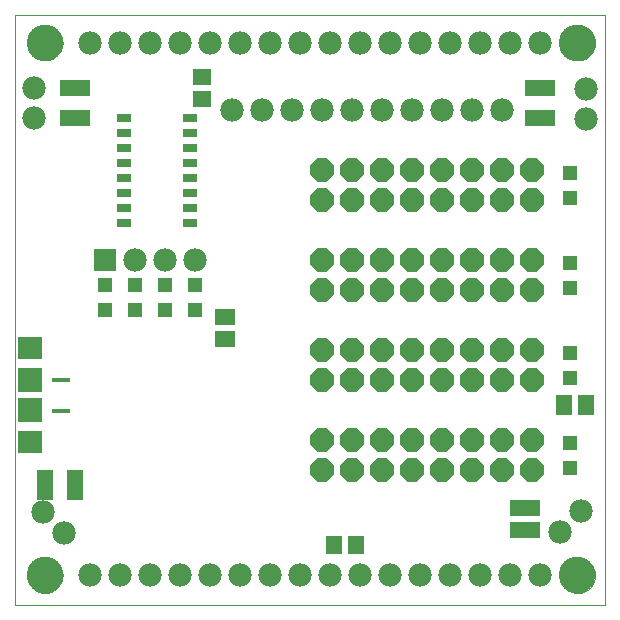
<source format=gts>
G75*
%MOIN*%
%OFA0B0*%
%FSLAX24Y24*%
%IPPOS*%
%LPD*%
%AMOC8*
5,1,8,0,0,1.08239X$1,22.5*
%
%ADD10C,0.0000*%
%ADD11C,0.1221*%
%ADD12C,0.0780*%
%ADD13R,0.0512X0.0276*%
%ADD14OC8,0.0780*%
%ADD15R,0.0780X0.0780*%
%ADD16R,0.0512X0.0512*%
%ADD17R,0.0552X0.0670*%
%ADD18R,0.0670X0.0552*%
%ADD19R,0.0540X0.1040*%
%ADD20R,0.1040X0.0540*%
%ADD21R,0.0591X0.0178*%
%ADD22R,0.0788X0.0749*%
%ADD23R,0.0788X0.0788*%
%ADD24R,0.0552X0.0631*%
%ADD25R,0.0631X0.0552*%
D10*
X000728Y000100D02*
X000728Y019785D01*
X020413Y019785D01*
X020413Y000100D01*
X000728Y000100D01*
X001137Y001100D02*
X001139Y001148D01*
X001145Y001196D01*
X001155Y001243D01*
X001168Y001289D01*
X001186Y001334D01*
X001206Y001378D01*
X001231Y001420D01*
X001259Y001459D01*
X001289Y001496D01*
X001323Y001530D01*
X001360Y001562D01*
X001398Y001591D01*
X001439Y001616D01*
X001482Y001638D01*
X001527Y001656D01*
X001573Y001670D01*
X001620Y001681D01*
X001668Y001688D01*
X001716Y001691D01*
X001764Y001690D01*
X001812Y001685D01*
X001860Y001676D01*
X001906Y001664D01*
X001951Y001647D01*
X001995Y001627D01*
X002037Y001604D01*
X002077Y001577D01*
X002115Y001547D01*
X002150Y001514D01*
X002182Y001478D01*
X002212Y001440D01*
X002238Y001399D01*
X002260Y001356D01*
X002280Y001312D01*
X002295Y001267D01*
X002307Y001220D01*
X002315Y001172D01*
X002319Y001124D01*
X002319Y001076D01*
X002315Y001028D01*
X002307Y000980D01*
X002295Y000933D01*
X002280Y000888D01*
X002260Y000844D01*
X002238Y000801D01*
X002212Y000760D01*
X002182Y000722D01*
X002150Y000686D01*
X002115Y000653D01*
X002077Y000623D01*
X002037Y000596D01*
X001995Y000573D01*
X001951Y000553D01*
X001906Y000536D01*
X001860Y000524D01*
X001812Y000515D01*
X001764Y000510D01*
X001716Y000509D01*
X001668Y000512D01*
X001620Y000519D01*
X001573Y000530D01*
X001527Y000544D01*
X001482Y000562D01*
X001439Y000584D01*
X001398Y000609D01*
X001360Y000638D01*
X001323Y000670D01*
X001289Y000704D01*
X001259Y000741D01*
X001231Y000780D01*
X001206Y000822D01*
X001186Y000866D01*
X001168Y000911D01*
X001155Y000957D01*
X001145Y001004D01*
X001139Y001052D01*
X001137Y001100D01*
X001137Y018850D02*
X001139Y018898D01*
X001145Y018946D01*
X001155Y018993D01*
X001168Y019039D01*
X001186Y019084D01*
X001206Y019128D01*
X001231Y019170D01*
X001259Y019209D01*
X001289Y019246D01*
X001323Y019280D01*
X001360Y019312D01*
X001398Y019341D01*
X001439Y019366D01*
X001482Y019388D01*
X001527Y019406D01*
X001573Y019420D01*
X001620Y019431D01*
X001668Y019438D01*
X001716Y019441D01*
X001764Y019440D01*
X001812Y019435D01*
X001860Y019426D01*
X001906Y019414D01*
X001951Y019397D01*
X001995Y019377D01*
X002037Y019354D01*
X002077Y019327D01*
X002115Y019297D01*
X002150Y019264D01*
X002182Y019228D01*
X002212Y019190D01*
X002238Y019149D01*
X002260Y019106D01*
X002280Y019062D01*
X002295Y019017D01*
X002307Y018970D01*
X002315Y018922D01*
X002319Y018874D01*
X002319Y018826D01*
X002315Y018778D01*
X002307Y018730D01*
X002295Y018683D01*
X002280Y018638D01*
X002260Y018594D01*
X002238Y018551D01*
X002212Y018510D01*
X002182Y018472D01*
X002150Y018436D01*
X002115Y018403D01*
X002077Y018373D01*
X002037Y018346D01*
X001995Y018323D01*
X001951Y018303D01*
X001906Y018286D01*
X001860Y018274D01*
X001812Y018265D01*
X001764Y018260D01*
X001716Y018259D01*
X001668Y018262D01*
X001620Y018269D01*
X001573Y018280D01*
X001527Y018294D01*
X001482Y018312D01*
X001439Y018334D01*
X001398Y018359D01*
X001360Y018388D01*
X001323Y018420D01*
X001289Y018454D01*
X001259Y018491D01*
X001231Y018530D01*
X001206Y018572D01*
X001186Y018616D01*
X001168Y018661D01*
X001155Y018707D01*
X001145Y018754D01*
X001139Y018802D01*
X001137Y018850D01*
X018887Y018850D02*
X018889Y018898D01*
X018895Y018946D01*
X018905Y018993D01*
X018918Y019039D01*
X018936Y019084D01*
X018956Y019128D01*
X018981Y019170D01*
X019009Y019209D01*
X019039Y019246D01*
X019073Y019280D01*
X019110Y019312D01*
X019148Y019341D01*
X019189Y019366D01*
X019232Y019388D01*
X019277Y019406D01*
X019323Y019420D01*
X019370Y019431D01*
X019418Y019438D01*
X019466Y019441D01*
X019514Y019440D01*
X019562Y019435D01*
X019610Y019426D01*
X019656Y019414D01*
X019701Y019397D01*
X019745Y019377D01*
X019787Y019354D01*
X019827Y019327D01*
X019865Y019297D01*
X019900Y019264D01*
X019932Y019228D01*
X019962Y019190D01*
X019988Y019149D01*
X020010Y019106D01*
X020030Y019062D01*
X020045Y019017D01*
X020057Y018970D01*
X020065Y018922D01*
X020069Y018874D01*
X020069Y018826D01*
X020065Y018778D01*
X020057Y018730D01*
X020045Y018683D01*
X020030Y018638D01*
X020010Y018594D01*
X019988Y018551D01*
X019962Y018510D01*
X019932Y018472D01*
X019900Y018436D01*
X019865Y018403D01*
X019827Y018373D01*
X019787Y018346D01*
X019745Y018323D01*
X019701Y018303D01*
X019656Y018286D01*
X019610Y018274D01*
X019562Y018265D01*
X019514Y018260D01*
X019466Y018259D01*
X019418Y018262D01*
X019370Y018269D01*
X019323Y018280D01*
X019277Y018294D01*
X019232Y018312D01*
X019189Y018334D01*
X019148Y018359D01*
X019110Y018388D01*
X019073Y018420D01*
X019039Y018454D01*
X019009Y018491D01*
X018981Y018530D01*
X018956Y018572D01*
X018936Y018616D01*
X018918Y018661D01*
X018905Y018707D01*
X018895Y018754D01*
X018889Y018802D01*
X018887Y018850D01*
X018887Y001100D02*
X018889Y001148D01*
X018895Y001196D01*
X018905Y001243D01*
X018918Y001289D01*
X018936Y001334D01*
X018956Y001378D01*
X018981Y001420D01*
X019009Y001459D01*
X019039Y001496D01*
X019073Y001530D01*
X019110Y001562D01*
X019148Y001591D01*
X019189Y001616D01*
X019232Y001638D01*
X019277Y001656D01*
X019323Y001670D01*
X019370Y001681D01*
X019418Y001688D01*
X019466Y001691D01*
X019514Y001690D01*
X019562Y001685D01*
X019610Y001676D01*
X019656Y001664D01*
X019701Y001647D01*
X019745Y001627D01*
X019787Y001604D01*
X019827Y001577D01*
X019865Y001547D01*
X019900Y001514D01*
X019932Y001478D01*
X019962Y001440D01*
X019988Y001399D01*
X020010Y001356D01*
X020030Y001312D01*
X020045Y001267D01*
X020057Y001220D01*
X020065Y001172D01*
X020069Y001124D01*
X020069Y001076D01*
X020065Y001028D01*
X020057Y000980D01*
X020045Y000933D01*
X020030Y000888D01*
X020010Y000844D01*
X019988Y000801D01*
X019962Y000760D01*
X019932Y000722D01*
X019900Y000686D01*
X019865Y000653D01*
X019827Y000623D01*
X019787Y000596D01*
X019745Y000573D01*
X019701Y000553D01*
X019656Y000536D01*
X019610Y000524D01*
X019562Y000515D01*
X019514Y000510D01*
X019466Y000509D01*
X019418Y000512D01*
X019370Y000519D01*
X019323Y000530D01*
X019277Y000544D01*
X019232Y000562D01*
X019189Y000584D01*
X019148Y000609D01*
X019110Y000638D01*
X019073Y000670D01*
X019039Y000704D01*
X019009Y000741D01*
X018981Y000780D01*
X018956Y000822D01*
X018936Y000866D01*
X018918Y000911D01*
X018905Y000957D01*
X018895Y001004D01*
X018889Y001052D01*
X018887Y001100D01*
D11*
X019478Y001100D03*
X001728Y001100D03*
X001728Y018850D03*
X019478Y018850D03*
D12*
X018228Y018850D03*
X017228Y018850D03*
X016228Y018850D03*
X015228Y018850D03*
X014228Y018850D03*
X013228Y018850D03*
X012228Y018850D03*
X011228Y018850D03*
X010228Y018850D03*
X009228Y018850D03*
X008228Y018850D03*
X007228Y018850D03*
X006228Y018850D03*
X005228Y018850D03*
X004228Y018850D03*
X003228Y018850D03*
X001374Y017350D03*
X001374Y016350D03*
X004728Y011600D03*
X005728Y011600D03*
X006728Y011600D03*
X007978Y016600D03*
X008978Y016600D03*
X009978Y016600D03*
X010978Y016600D03*
X011978Y016600D03*
X012978Y016600D03*
X013978Y016600D03*
X014978Y016600D03*
X015978Y016600D03*
X016978Y016600D03*
X019758Y016320D03*
X019758Y017320D03*
X019611Y003234D03*
X018904Y002527D03*
X018228Y001100D03*
X017228Y001100D03*
X016228Y001100D03*
X015228Y001100D03*
X014228Y001100D03*
X013228Y001100D03*
X012228Y001100D03*
X011228Y001100D03*
X010228Y001100D03*
X009228Y001100D03*
X008228Y001100D03*
X007228Y001100D03*
X006228Y001100D03*
X005228Y001100D03*
X004228Y001100D03*
X003228Y001100D03*
X002374Y002496D03*
X001667Y003204D03*
D13*
X004375Y012850D03*
X004375Y013350D03*
X004375Y013850D03*
X004375Y014350D03*
X004375Y014850D03*
X004375Y015350D03*
X004375Y015850D03*
X004375Y016350D03*
X006580Y016350D03*
X006580Y015850D03*
X006580Y015350D03*
X006580Y014850D03*
X006580Y014350D03*
X006580Y013850D03*
X006580Y013350D03*
X006580Y012850D03*
D14*
X010978Y013600D03*
X011978Y013600D03*
X012978Y013600D03*
X013978Y013600D03*
X014978Y013600D03*
X015978Y013600D03*
X016978Y013600D03*
X017978Y013600D03*
X017978Y014600D03*
X016978Y014600D03*
X015978Y014600D03*
X014978Y014600D03*
X013978Y014600D03*
X012978Y014600D03*
X011978Y014600D03*
X010978Y014600D03*
X010978Y011600D03*
X011978Y011600D03*
X012978Y011600D03*
X013978Y011600D03*
X014978Y011600D03*
X015978Y011600D03*
X016978Y011600D03*
X017978Y011600D03*
X017978Y010600D03*
X016978Y010600D03*
X015978Y010600D03*
X014978Y010600D03*
X013978Y010600D03*
X012978Y010600D03*
X011978Y010600D03*
X010978Y010600D03*
X010978Y008600D03*
X011978Y008600D03*
X012978Y008600D03*
X013978Y008600D03*
X014978Y008600D03*
X015978Y008600D03*
X016978Y008600D03*
X017978Y008600D03*
X017978Y007600D03*
X016978Y007600D03*
X015978Y007600D03*
X014978Y007600D03*
X013978Y007600D03*
X012978Y007600D03*
X011978Y007600D03*
X010978Y007600D03*
X010978Y005600D03*
X011978Y005600D03*
X012978Y005600D03*
X013978Y005600D03*
X014978Y005600D03*
X015978Y005600D03*
X016978Y005600D03*
X017978Y005600D03*
X017978Y004600D03*
X016978Y004600D03*
X015978Y004600D03*
X014978Y004600D03*
X013978Y004600D03*
X012978Y004600D03*
X011978Y004600D03*
X010978Y004600D03*
D15*
X003728Y011600D03*
D16*
X003728Y010763D03*
X003728Y009937D03*
X004728Y009937D03*
X005728Y009937D03*
X005728Y010763D03*
X004728Y010763D03*
X006728Y010763D03*
X006728Y009937D03*
X019228Y010687D03*
X019228Y011513D03*
X019228Y013687D03*
X019228Y014513D03*
X019228Y008513D03*
X019228Y007687D03*
X019228Y005513D03*
X019228Y004687D03*
D17*
X019030Y006777D03*
X019778Y006777D03*
D18*
X007728Y008976D03*
X007728Y009724D03*
D19*
X002728Y004100D03*
X001728Y004100D03*
D20*
X002728Y016350D03*
X002728Y017350D03*
X017728Y003350D03*
X017728Y002600D03*
X018228Y016350D03*
X018228Y017350D03*
D21*
X002271Y007612D03*
X002271Y006588D03*
D22*
X001228Y005525D03*
X001228Y008675D03*
D23*
X001228Y007600D03*
X001228Y006600D03*
D24*
X011354Y002100D03*
X012102Y002100D03*
D25*
X006978Y016976D03*
X006978Y017724D03*
M02*

</source>
